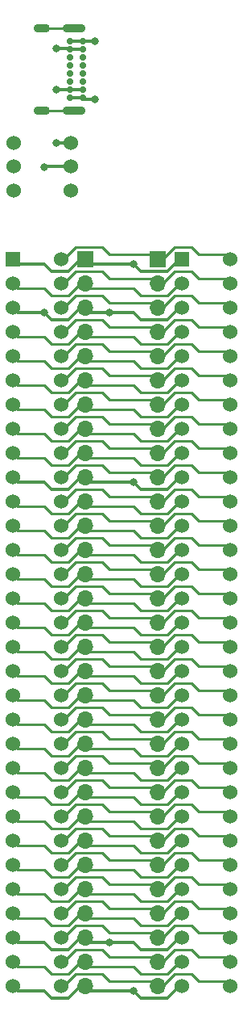
<source format=gbr>
G04 #@! TF.GenerationSoftware,KiCad,Pcbnew,(5.1.8)-1*
G04 #@! TF.CreationDate,2024-05-23T13:17:17-06:00*
G04 #@! TF.ProjectId,Breadboard Adapter,42726561-6462-46f6-9172-642041646170,rev?*
G04 #@! TF.SameCoordinates,Original*
G04 #@! TF.FileFunction,Copper,L1,Top*
G04 #@! TF.FilePolarity,Positive*
%FSLAX46Y46*%
G04 Gerber Fmt 4.6, Leading zero omitted, Abs format (unit mm)*
G04 Created by KiCad (PCBNEW (5.1.8)-1) date 2024-05-23 13:17:17*
%MOMM*%
%LPD*%
G01*
G04 APERTURE LIST*
G04 #@! TA.AperFunction,ComponentPad*
%ADD10O,1.700000X1.700000*%
G04 #@! TD*
G04 #@! TA.AperFunction,ComponentPad*
%ADD11R,1.700000X1.700000*%
G04 #@! TD*
G04 #@! TA.AperFunction,ComponentPad*
%ADD12C,1.524000*%
G04 #@! TD*
G04 #@! TA.AperFunction,ComponentPad*
%ADD13R,1.524000X1.524000*%
G04 #@! TD*
G04 #@! TA.AperFunction,ComponentPad*
%ADD14O,1.700000X0.900000*%
G04 #@! TD*
G04 #@! TA.AperFunction,ComponentPad*
%ADD15O,2.400000X0.900000*%
G04 #@! TD*
G04 #@! TA.AperFunction,ComponentPad*
%ADD16C,0.700000*%
G04 #@! TD*
G04 #@! TA.AperFunction,ViaPad*
%ADD17C,0.800000*%
G04 #@! TD*
G04 #@! TA.AperFunction,Conductor*
%ADD18C,0.330200*%
G04 #@! TD*
G04 #@! TA.AperFunction,Conductor*
%ADD19C,0.250000*%
G04 #@! TD*
G04 APERTURE END LIST*
D10*
G04 #@! TO.P,J4,31*
G04 #@! TO.N,/A0*
X106680000Y-114300000D03*
G04 #@! TO.P,J4,30*
G04 #@! TO.N,/A1*
X106680000Y-111760000D03*
G04 #@! TO.P,J4,29*
G04 #@! TO.N,/A2*
X106680000Y-109220000D03*
G04 #@! TO.P,J4,28*
G04 #@! TO.N,/A3*
X106680000Y-106680000D03*
G04 #@! TO.P,J4,27*
G04 #@! TO.N,/A4*
X106680000Y-104140000D03*
G04 #@! TO.P,J4,26*
G04 #@! TO.N,/A5*
X106680000Y-101600000D03*
G04 #@! TO.P,J4,25*
G04 #@! TO.N,/A6*
X106680000Y-99060000D03*
G04 #@! TO.P,J4,24*
G04 #@! TO.N,/A7*
X106680000Y-96520000D03*
G04 #@! TO.P,J4,23*
G04 #@! TO.N,/A8*
X106680000Y-93980000D03*
G04 #@! TO.P,J4,22*
G04 #@! TO.N,/A9*
X106680000Y-91440000D03*
G04 #@! TO.P,J4,21*
G04 #@! TO.N,/A10*
X106680000Y-88900000D03*
G04 #@! TO.P,J4,20*
G04 #@! TO.N,/A11*
X106680000Y-86360000D03*
G04 #@! TO.P,J4,19*
G04 #@! TO.N,/A12*
X106680000Y-83820000D03*
G04 #@! TO.P,J4,18*
G04 #@! TO.N,/A13*
X106680000Y-81280000D03*
G04 #@! TO.P,J4,17*
G04 #@! TO.N,/A14*
X106680000Y-78740000D03*
G04 #@! TO.P,J4,16*
G04 #@! TO.N,/A15*
X106680000Y-76200000D03*
G04 #@! TO.P,J4,15*
G04 #@! TO.N,/A16*
X106680000Y-73660000D03*
G04 #@! TO.P,J4,14*
G04 #@! TO.N,/A17*
X106680000Y-71120000D03*
G04 #@! TO.P,J4,13*
G04 #@! TO.N,/A18*
X106680000Y-68580000D03*
G04 #@! TO.P,J4,12*
G04 #@! TO.N,/A19*
X106680000Y-66040000D03*
G04 #@! TO.P,J4,11*
G04 #@! TO.N,/AEN*
X106680000Y-63500000D03*
G04 #@! TO.P,J4,10*
G04 #@! TO.N,/RDY1*
X106680000Y-60960000D03*
G04 #@! TO.P,J4,9*
G04 #@! TO.N,/D0*
X106680000Y-58420000D03*
G04 #@! TO.P,J4,8*
G04 #@! TO.N,/D1*
X106680000Y-55880000D03*
G04 #@! TO.P,J4,7*
G04 #@! TO.N,/D2*
X106680000Y-53340000D03*
G04 #@! TO.P,J4,6*
G04 #@! TO.N,/D3*
X106680000Y-50800000D03*
G04 #@! TO.P,J4,5*
G04 #@! TO.N,/D4*
X106680000Y-48260000D03*
G04 #@! TO.P,J4,4*
G04 #@! TO.N,/D5*
X106680000Y-45720000D03*
G04 #@! TO.P,J4,3*
G04 #@! TO.N,/D6*
X106680000Y-43180000D03*
G04 #@! TO.P,J4,2*
G04 #@! TO.N,/D7*
X106680000Y-40640000D03*
D11*
G04 #@! TO.P,J4,1*
G04 #@! TO.N,/CH_CK*
X106680000Y-38100000D03*
G04 #@! TD*
D10*
G04 #@! TO.P,J3,31*
G04 #@! TO.N,/GND*
X99060000Y-114300000D03*
G04 #@! TO.P,J3,30*
G04 #@! TO.N,/OSC88*
X99060000Y-111760000D03*
G04 #@! TO.P,J3,29*
G04 #@! TO.N,/5+*
X99060000Y-109220000D03*
G04 #@! TO.P,J3,28*
G04 #@! TO.N,/ALE*
X99060000Y-106680000D03*
G04 #@! TO.P,J3,27*
G04 #@! TO.N,/TC*
X99060000Y-104140000D03*
G04 #@! TO.P,J3,26*
G04 #@! TO.N,/DACK2*
X99060000Y-101600000D03*
G04 #@! TO.P,J3,25*
G04 #@! TO.N,/IRQ3*
X99060000Y-99060000D03*
G04 #@! TO.P,J3,24*
G04 #@! TO.N,/IRQ4*
X99060000Y-96520000D03*
G04 #@! TO.P,J3,23*
G04 #@! TO.N,/IRQ5*
X99060000Y-93980000D03*
G04 #@! TO.P,J3,22*
G04 #@! TO.N,/IRQ6*
X99060000Y-91440000D03*
G04 #@! TO.P,J3,21*
G04 #@! TO.N,/IRQ7*
X99060000Y-88900000D03*
G04 #@! TO.P,J3,20*
G04 #@! TO.N,/CLK88*
X99060000Y-86360000D03*
G04 #@! TO.P,J3,19*
G04 #@! TO.N,/REFRQ*
X99060000Y-83820000D03*
G04 #@! TO.P,J3,18*
G04 #@! TO.N,/DRQ1*
X99060000Y-81280000D03*
G04 #@! TO.P,J3,17*
G04 #@! TO.N,/DACK1*
X99060000Y-78740000D03*
G04 #@! TO.P,J3,16*
G04 #@! TO.N,/DRQ3*
X99060000Y-76200000D03*
G04 #@! TO.P,J3,15*
G04 #@! TO.N,/DACK3*
X99060000Y-73660000D03*
G04 #@! TO.P,J3,14*
G04 #@! TO.N,/IORD*
X99060000Y-71120000D03*
G04 #@! TO.P,J3,13*
G04 #@! TO.N,/IOWR*
X99060000Y-68580000D03*
G04 #@! TO.P,J3,12*
G04 #@! TO.N,/MRD*
X99060000Y-66040000D03*
G04 #@! TO.P,J3,11*
G04 #@! TO.N,/MWR*
X99060000Y-63500000D03*
G04 #@! TO.P,J3,10*
G04 #@! TO.N,/GND*
X99060000Y-60960000D03*
G04 #@! TO.P,J3,9*
G04 #@! TO.N,/12+*
X99060000Y-58420000D03*
G04 #@! TO.P,J3,8*
G04 #@! TO.N,/NC*
X99060000Y-55880000D03*
G04 #@! TO.P,J3,7*
G04 #@! TO.N,/12-*
X99060000Y-53340000D03*
G04 #@! TO.P,J3,6*
G04 #@! TO.N,/DRQ2*
X99060000Y-50800000D03*
G04 #@! TO.P,J3,5*
G04 #@! TO.N,/5-*
X99060000Y-48260000D03*
G04 #@! TO.P,J3,4*
G04 #@! TO.N,/IRQ2*
X99060000Y-45720000D03*
G04 #@! TO.P,J3,3*
G04 #@! TO.N,/5+*
X99060000Y-43180000D03*
G04 #@! TO.P,J3,2*
G04 #@! TO.N,/RESOUT*
X99060000Y-40640000D03*
D11*
G04 #@! TO.P,J3,1*
G04 #@! TO.N,/GND*
X99060000Y-38100000D03*
G04 #@! TD*
D12*
G04 #@! TO.P,J9,62*
G04 #@! TO.N,/A0*
X96520000Y-114300000D03*
G04 #@! TO.P,J9,61*
G04 #@! TO.N,/A1*
X96520000Y-111760000D03*
G04 #@! TO.P,J9,60*
G04 #@! TO.N,/A2*
X96520000Y-109220000D03*
G04 #@! TO.P,J9,59*
G04 #@! TO.N,/A3*
X96520000Y-106680000D03*
G04 #@! TO.P,J9,58*
G04 #@! TO.N,/A4*
X96520000Y-104140000D03*
G04 #@! TO.P,J9,57*
G04 #@! TO.N,/A5*
X96520000Y-101600000D03*
G04 #@! TO.P,J9,56*
G04 #@! TO.N,/A6*
X96520000Y-99060000D03*
G04 #@! TO.P,J9,55*
G04 #@! TO.N,/A7*
X96520000Y-96520000D03*
G04 #@! TO.P,J9,54*
G04 #@! TO.N,/A8*
X96520000Y-93980000D03*
G04 #@! TO.P,J9,53*
G04 #@! TO.N,/A9*
X96520000Y-91440000D03*
G04 #@! TO.P,J9,52*
G04 #@! TO.N,/A10*
X96520000Y-88900000D03*
G04 #@! TO.P,J9,51*
G04 #@! TO.N,/A11*
X96520000Y-86360000D03*
G04 #@! TO.P,J9,50*
G04 #@! TO.N,/A12*
X96520000Y-83820000D03*
G04 #@! TO.P,J9,49*
G04 #@! TO.N,/A13*
X96520000Y-81280000D03*
G04 #@! TO.P,J9,48*
G04 #@! TO.N,/A14*
X96520000Y-78740000D03*
G04 #@! TO.P,J9,47*
G04 #@! TO.N,/A15*
X96520000Y-76200000D03*
G04 #@! TO.P,J9,46*
G04 #@! TO.N,/A16*
X96520000Y-73660000D03*
G04 #@! TO.P,J9,45*
G04 #@! TO.N,/A17*
X96520000Y-71120000D03*
G04 #@! TO.P,J9,44*
G04 #@! TO.N,/A18*
X96520000Y-68580000D03*
G04 #@! TO.P,J9,43*
G04 #@! TO.N,/A19*
X96520000Y-66040000D03*
G04 #@! TO.P,J9,42*
G04 #@! TO.N,/AEN*
X96520000Y-63500000D03*
G04 #@! TO.P,J9,41*
G04 #@! TO.N,/RDY1*
X96520000Y-60960000D03*
G04 #@! TO.P,J9,40*
G04 #@! TO.N,/D0*
X96520000Y-58420000D03*
G04 #@! TO.P,J9,39*
G04 #@! TO.N,/D1*
X96520000Y-55880000D03*
G04 #@! TO.P,J9,38*
G04 #@! TO.N,/D2*
X96520000Y-53340000D03*
G04 #@! TO.P,J9,37*
G04 #@! TO.N,/D3*
X96520000Y-50800000D03*
G04 #@! TO.P,J9,36*
G04 #@! TO.N,/D4*
X96520000Y-48260000D03*
G04 #@! TO.P,J9,35*
G04 #@! TO.N,/D5*
X96520000Y-45720000D03*
G04 #@! TO.P,J9,34*
G04 #@! TO.N,/D6*
X96520000Y-43180000D03*
G04 #@! TO.P,J9,33*
G04 #@! TO.N,/D7*
X96520000Y-40640000D03*
G04 #@! TO.P,J9,32*
G04 #@! TO.N,/CH_CK*
X96520000Y-38100000D03*
G04 #@! TO.P,J9,31*
G04 #@! TO.N,/GND*
X91440000Y-114300000D03*
G04 #@! TO.P,J9,30*
G04 #@! TO.N,/OSC88*
X91440000Y-111760000D03*
G04 #@! TO.P,J9,29*
G04 #@! TO.N,/5+*
X91440000Y-109220000D03*
G04 #@! TO.P,J9,28*
G04 #@! TO.N,/ALE*
X91440000Y-106680000D03*
G04 #@! TO.P,J9,27*
G04 #@! TO.N,/TC*
X91440000Y-104140000D03*
G04 #@! TO.P,J9,26*
G04 #@! TO.N,/DACK2*
X91440000Y-101600000D03*
G04 #@! TO.P,J9,25*
G04 #@! TO.N,/IRQ3*
X91440000Y-99060000D03*
G04 #@! TO.P,J9,24*
G04 #@! TO.N,/IRQ4*
X91440000Y-96520000D03*
G04 #@! TO.P,J9,23*
G04 #@! TO.N,/IRQ5*
X91440000Y-93980000D03*
G04 #@! TO.P,J9,22*
G04 #@! TO.N,/IRQ6*
X91440000Y-91440000D03*
G04 #@! TO.P,J9,21*
G04 #@! TO.N,/IRQ7*
X91440000Y-88900000D03*
G04 #@! TO.P,J9,20*
G04 #@! TO.N,/CLK88*
X91440000Y-86360000D03*
G04 #@! TO.P,J9,19*
G04 #@! TO.N,/REFRQ*
X91440000Y-83820000D03*
G04 #@! TO.P,J9,18*
G04 #@! TO.N,/DRQ1*
X91440000Y-81280000D03*
G04 #@! TO.P,J9,17*
G04 #@! TO.N,/DACK1*
X91440000Y-78740000D03*
G04 #@! TO.P,J9,16*
G04 #@! TO.N,/DRQ3*
X91440000Y-76200000D03*
G04 #@! TO.P,J9,15*
G04 #@! TO.N,/DACK3*
X91440000Y-73660000D03*
G04 #@! TO.P,J9,14*
G04 #@! TO.N,/IORD*
X91440000Y-71120000D03*
G04 #@! TO.P,J9,13*
G04 #@! TO.N,/IOWR*
X91440000Y-68580000D03*
G04 #@! TO.P,J9,12*
G04 #@! TO.N,/MRD*
X91440000Y-66040000D03*
G04 #@! TO.P,J9,11*
G04 #@! TO.N,/MWR*
X91440000Y-63500000D03*
G04 #@! TO.P,J9,10*
G04 #@! TO.N,/GND*
X91440000Y-60960000D03*
G04 #@! TO.P,J9,9*
G04 #@! TO.N,/12+*
X91440000Y-58420000D03*
G04 #@! TO.P,J9,8*
G04 #@! TO.N,/NC*
X91440000Y-55880000D03*
G04 #@! TO.P,J9,7*
G04 #@! TO.N,/12-*
X91440000Y-53340000D03*
G04 #@! TO.P,J9,6*
G04 #@! TO.N,/DRQ2*
X91440000Y-50800000D03*
G04 #@! TO.P,J9,5*
G04 #@! TO.N,/5-*
X91440000Y-48260000D03*
G04 #@! TO.P,J9,4*
G04 #@! TO.N,/IRQ2*
X91440000Y-45720000D03*
G04 #@! TO.P,J9,3*
G04 #@! TO.N,/5+*
X91440000Y-43180000D03*
G04 #@! TO.P,J9,2*
G04 #@! TO.N,/RESOUT*
X91440000Y-40640000D03*
D13*
G04 #@! TO.P,J9,1*
G04 #@! TO.N,/GND*
X91440000Y-38100000D03*
G04 #@! TD*
D12*
G04 #@! TO.P,J1,62*
G04 #@! TO.N,/A0*
X114300000Y-114300000D03*
G04 #@! TO.P,J1,61*
G04 #@! TO.N,/A1*
X114300000Y-111760000D03*
G04 #@! TO.P,J1,60*
G04 #@! TO.N,/A2*
X114300000Y-109220000D03*
G04 #@! TO.P,J1,59*
G04 #@! TO.N,/A3*
X114300000Y-106680000D03*
G04 #@! TO.P,J1,58*
G04 #@! TO.N,/A4*
X114300000Y-104140000D03*
G04 #@! TO.P,J1,57*
G04 #@! TO.N,/A5*
X114300000Y-101600000D03*
G04 #@! TO.P,J1,56*
G04 #@! TO.N,/A6*
X114300000Y-99060000D03*
G04 #@! TO.P,J1,55*
G04 #@! TO.N,/A7*
X114300000Y-96520000D03*
G04 #@! TO.P,J1,54*
G04 #@! TO.N,/A8*
X114300000Y-93980000D03*
G04 #@! TO.P,J1,53*
G04 #@! TO.N,/A9*
X114300000Y-91440000D03*
G04 #@! TO.P,J1,52*
G04 #@! TO.N,/A10*
X114300000Y-88900000D03*
G04 #@! TO.P,J1,51*
G04 #@! TO.N,/A11*
X114300000Y-86360000D03*
G04 #@! TO.P,J1,50*
G04 #@! TO.N,/A12*
X114300000Y-83820000D03*
G04 #@! TO.P,J1,49*
G04 #@! TO.N,/A13*
X114300000Y-81280000D03*
G04 #@! TO.P,J1,48*
G04 #@! TO.N,/A14*
X114300000Y-78740000D03*
G04 #@! TO.P,J1,47*
G04 #@! TO.N,/A15*
X114300000Y-76200000D03*
G04 #@! TO.P,J1,46*
G04 #@! TO.N,/A16*
X114300000Y-73660000D03*
G04 #@! TO.P,J1,45*
G04 #@! TO.N,/A17*
X114300000Y-71120000D03*
G04 #@! TO.P,J1,44*
G04 #@! TO.N,/A18*
X114300000Y-68580000D03*
G04 #@! TO.P,J1,43*
G04 #@! TO.N,/A19*
X114300000Y-66040000D03*
G04 #@! TO.P,J1,42*
G04 #@! TO.N,/AEN*
X114300000Y-63500000D03*
G04 #@! TO.P,J1,41*
G04 #@! TO.N,/RDY1*
X114300000Y-60960000D03*
G04 #@! TO.P,J1,40*
G04 #@! TO.N,/D0*
X114300000Y-58420000D03*
G04 #@! TO.P,J1,39*
G04 #@! TO.N,/D1*
X114300000Y-55880000D03*
G04 #@! TO.P,J1,38*
G04 #@! TO.N,/D2*
X114300000Y-53340000D03*
G04 #@! TO.P,J1,37*
G04 #@! TO.N,/D3*
X114300000Y-50800000D03*
G04 #@! TO.P,J1,36*
G04 #@! TO.N,/D4*
X114300000Y-48260000D03*
G04 #@! TO.P,J1,35*
G04 #@! TO.N,/D5*
X114300000Y-45720000D03*
G04 #@! TO.P,J1,34*
G04 #@! TO.N,/D6*
X114300000Y-43180000D03*
G04 #@! TO.P,J1,33*
G04 #@! TO.N,/D7*
X114300000Y-40640000D03*
G04 #@! TO.P,J1,32*
G04 #@! TO.N,/CH_CK*
X114300000Y-38100000D03*
G04 #@! TO.P,J1,31*
G04 #@! TO.N,/GND*
X109220000Y-114300000D03*
G04 #@! TO.P,J1,30*
G04 #@! TO.N,/OSC88*
X109220000Y-111760000D03*
G04 #@! TO.P,J1,29*
G04 #@! TO.N,/5+*
X109220000Y-109220000D03*
G04 #@! TO.P,J1,28*
G04 #@! TO.N,/ALE*
X109220000Y-106680000D03*
G04 #@! TO.P,J1,27*
G04 #@! TO.N,/TC*
X109220000Y-104140000D03*
G04 #@! TO.P,J1,26*
G04 #@! TO.N,/DACK2*
X109220000Y-101600000D03*
G04 #@! TO.P,J1,25*
G04 #@! TO.N,/IRQ3*
X109220000Y-99060000D03*
G04 #@! TO.P,J1,24*
G04 #@! TO.N,/IRQ4*
X109220000Y-96520000D03*
G04 #@! TO.P,J1,23*
G04 #@! TO.N,/IRQ5*
X109220000Y-93980000D03*
G04 #@! TO.P,J1,22*
G04 #@! TO.N,/IRQ6*
X109220000Y-91440000D03*
G04 #@! TO.P,J1,21*
G04 #@! TO.N,/IRQ7*
X109220000Y-88900000D03*
G04 #@! TO.P,J1,20*
G04 #@! TO.N,/CLK88*
X109220000Y-86360000D03*
G04 #@! TO.P,J1,19*
G04 #@! TO.N,/REFRQ*
X109220000Y-83820000D03*
G04 #@! TO.P,J1,18*
G04 #@! TO.N,/DRQ1*
X109220000Y-81280000D03*
G04 #@! TO.P,J1,17*
G04 #@! TO.N,/DACK1*
X109220000Y-78740000D03*
G04 #@! TO.P,J1,16*
G04 #@! TO.N,/DRQ3*
X109220000Y-76200000D03*
G04 #@! TO.P,J1,15*
G04 #@! TO.N,/DACK3*
X109220000Y-73660000D03*
G04 #@! TO.P,J1,14*
G04 #@! TO.N,/IORD*
X109220000Y-71120000D03*
G04 #@! TO.P,J1,13*
G04 #@! TO.N,/IOWR*
X109220000Y-68580000D03*
G04 #@! TO.P,J1,12*
G04 #@! TO.N,/MRD*
X109220000Y-66040000D03*
G04 #@! TO.P,J1,11*
G04 #@! TO.N,/MWR*
X109220000Y-63500000D03*
G04 #@! TO.P,J1,10*
G04 #@! TO.N,/GND*
X109220000Y-60960000D03*
G04 #@! TO.P,J1,9*
G04 #@! TO.N,/12+*
X109220000Y-58420000D03*
G04 #@! TO.P,J1,8*
G04 #@! TO.N,/NC*
X109220000Y-55880000D03*
G04 #@! TO.P,J1,7*
G04 #@! TO.N,/12-*
X109220000Y-53340000D03*
G04 #@! TO.P,J1,6*
G04 #@! TO.N,/DRQ2*
X109220000Y-50800000D03*
G04 #@! TO.P,J1,5*
G04 #@! TO.N,/5-*
X109220000Y-48260000D03*
G04 #@! TO.P,J1,4*
G04 #@! TO.N,/IRQ2*
X109220000Y-45720000D03*
G04 #@! TO.P,J1,3*
G04 #@! TO.N,/5+*
X109220000Y-43180000D03*
G04 #@! TO.P,J1,2*
G04 #@! TO.N,/RESOUT*
X109220000Y-40640000D03*
D13*
G04 #@! TO.P,J1,1*
G04 #@! TO.N,/GND*
X109220000Y-38100000D03*
G04 #@! TD*
D12*
G04 #@! TO.P,SW1,6*
G04 #@! TO.N,Net-(SW1-Pad6)*
X91536000Y-30908000D03*
G04 #@! TO.P,SW1,5*
G04 #@! TO.N,Net-(SW1-Pad5)*
X91536000Y-28408000D03*
G04 #@! TO.P,SW1,4*
G04 #@! TO.N,Net-(SW1-Pad4)*
X91536000Y-25908000D03*
G04 #@! TO.P,SW1,3*
G04 #@! TO.N,/POWER_SUPPLY*
X97536000Y-25908000D03*
G04 #@! TO.P,SW1,2*
G04 #@! TO.N,/5+*
X97536000Y-28408000D03*
G04 #@! TO.P,SW1,1*
G04 #@! TO.N,Net-(SW1-Pad1)*
X97536000Y-30908000D03*
G04 #@! TD*
D14*
G04 #@! TO.P,J2,S1*
G04 #@! TO.N,Net-(J2-PadS1)*
X94446000Y-22540000D03*
X94446000Y-13890000D03*
D15*
X97826000Y-22540000D03*
X97826000Y-13890000D03*
D16*
G04 #@! TO.P,J2,B6*
G04 #@! TO.N,Net-(J2-PadB6)*
X97456000Y-18640000D03*
G04 #@! TO.P,J2,B1*
G04 #@! TO.N,/GND*
X97456000Y-21190000D03*
G04 #@! TO.P,J2,B4*
G04 #@! TO.N,/POWER_SUPPLY*
X97456000Y-20340000D03*
G04 #@! TO.P,J2,B5*
G04 #@! TO.N,Net-(J2-PadB5)*
X97456000Y-19490000D03*
G04 #@! TO.P,J2,B12*
G04 #@! TO.N,/GND*
X97456000Y-15240000D03*
G04 #@! TO.P,J2,B8*
G04 #@! TO.N,Net-(J2-PadB8)*
X97456000Y-16940000D03*
G04 #@! TO.P,J2,B7*
G04 #@! TO.N,Net-(J2-PadB7)*
X97456000Y-17790000D03*
G04 #@! TO.P,J2,B9*
G04 #@! TO.N,/POWER_SUPPLY*
X97456000Y-16090000D03*
G04 #@! TO.P,J2,A12*
G04 #@! TO.N,/GND*
X98806000Y-21190000D03*
G04 #@! TO.P,J2,A9*
G04 #@! TO.N,/POWER_SUPPLY*
X98806000Y-20340000D03*
G04 #@! TO.P,J2,A8*
G04 #@! TO.N,Net-(J2-PadA8)*
X98806000Y-19490000D03*
G04 #@! TO.P,J2,A7*
G04 #@! TO.N,Net-(J2-PadA7)*
X98806000Y-18640000D03*
G04 #@! TO.P,J2,A6*
G04 #@! TO.N,Net-(J2-PadA6)*
X98806000Y-17790000D03*
G04 #@! TO.P,J2,A5*
G04 #@! TO.N,Net-(J2-PadA5)*
X98806000Y-16940000D03*
G04 #@! TO.P,J2,A4*
G04 #@! TO.N,/POWER_SUPPLY*
X98806000Y-16090000D03*
G04 #@! TO.P,J2,A1*
G04 #@! TO.N,/GND*
X98806000Y-15240000D03*
G04 #@! TD*
D17*
G04 #@! TO.N,/GND*
X100076000Y-15240000D03*
X100076000Y-21336000D03*
X104140000Y-38608000D03*
X104140000Y-114808000D03*
X104140000Y-61468000D03*
G04 #@! TO.N,/POWER_SUPPLY*
X96012000Y-20320000D03*
X96012000Y-16002000D03*
X96012000Y-25908000D03*
G04 #@! TO.N,/5+*
X101600000Y-43688000D03*
X101600000Y-109728000D03*
X94742000Y-43688000D03*
X94742000Y-28448000D03*
G04 #@! TD*
D18*
G04 #@! TO.N,/GND*
X100076000Y-15240000D02*
X98806000Y-15240000D01*
X98806000Y-15240000D02*
X97456000Y-15240000D01*
X98952000Y-21336000D02*
X98806000Y-21190000D01*
X100076000Y-21336000D02*
X98952000Y-21336000D01*
X98806000Y-21190000D02*
X97456000Y-21190000D01*
X97456000Y-21190000D02*
X97428000Y-21190000D01*
X108966000Y-38100000D02*
X109220000Y-38100000D01*
X107696000Y-39370000D02*
X108966000Y-38100000D01*
X104902000Y-39370000D02*
X107696000Y-39370000D01*
X104140000Y-38608000D02*
X104140000Y-38608000D01*
X99568000Y-38608000D02*
X104140000Y-38608000D01*
X99060000Y-38100000D02*
X99568000Y-38608000D01*
X98552000Y-38100000D02*
X99060000Y-38100000D01*
X97282000Y-39370000D02*
X98552000Y-38100000D01*
X94742000Y-38608000D02*
X95504000Y-39370000D01*
X91948000Y-38608000D02*
X94742000Y-38608000D01*
X95504000Y-39370000D02*
X97282000Y-39370000D01*
X91440000Y-38100000D02*
X91948000Y-38608000D01*
X91440000Y-60960000D02*
X91948000Y-61468000D01*
X94742000Y-61468000D02*
X95504000Y-62230000D01*
X104140000Y-61468000D02*
X104902000Y-62230000D01*
X95504000Y-62230000D02*
X97282000Y-62230000D01*
X104902000Y-62230000D02*
X107696000Y-62230000D01*
X99060000Y-60960000D02*
X99568000Y-61468000D01*
X108966000Y-60960000D02*
X109220000Y-60960000D01*
X97282000Y-62230000D02*
X98552000Y-60960000D01*
X98552000Y-60960000D02*
X99060000Y-60960000D01*
X91948000Y-61468000D02*
X94742000Y-61468000D01*
X107696000Y-62230000D02*
X108966000Y-60960000D01*
X99568000Y-61468000D02*
X104140000Y-61468000D01*
X99568000Y-114808000D02*
X104140000Y-114808000D01*
X108966000Y-114300000D02*
X109220000Y-114300000D01*
X104902000Y-115570000D02*
X107696000Y-115570000D01*
X99060000Y-114300000D02*
X99568000Y-114808000D01*
X107696000Y-115570000D02*
X108966000Y-114300000D01*
X104140000Y-114808000D02*
X104902000Y-115570000D01*
X95504000Y-115570000D02*
X97282000Y-115570000D01*
X98552000Y-114300000D02*
X99060000Y-114300000D01*
X97282000Y-115570000D02*
X98552000Y-114300000D01*
X94742000Y-114808000D02*
X95504000Y-115570000D01*
X91440000Y-114300000D02*
X91948000Y-114808000D01*
X91948000Y-114808000D02*
X94742000Y-114808000D01*
X104140000Y-38608000D02*
X104902000Y-39370000D01*
D19*
G04 #@! TO.N,Net-(J2-PadS1)*
X97826000Y-22540000D02*
X94446000Y-22540000D01*
X94446000Y-13890000D02*
X97826000Y-13890000D01*
D18*
G04 #@! TO.N,/POWER_SUPPLY*
X97456000Y-20340000D02*
X98806000Y-20340000D01*
X97456000Y-16090000D02*
X98806000Y-16090000D01*
X97456000Y-20340000D02*
X96032000Y-20340000D01*
X97368000Y-16002000D02*
X96012000Y-16002000D01*
X97456000Y-16090000D02*
X97368000Y-16002000D01*
X96012000Y-25908000D02*
X97456000Y-25908000D01*
D19*
G04 #@! TO.N,/A0*
X110998000Y-113792000D02*
X110236000Y-113030000D01*
X96774000Y-114300000D02*
X96520000Y-114300000D01*
X98044000Y-113030000D02*
X96774000Y-114300000D01*
X100838000Y-113030000D02*
X98044000Y-113030000D01*
X101600000Y-113792000D02*
X100838000Y-113030000D01*
X113792000Y-113792000D02*
X110998000Y-113792000D01*
X108458000Y-113030000D02*
X107188000Y-114300000D01*
X114300000Y-114300000D02*
X113792000Y-113792000D01*
X106172000Y-113792000D02*
X101600000Y-113792000D01*
X107188000Y-114300000D02*
X106680000Y-114300000D01*
X106680000Y-114300000D02*
X106172000Y-113792000D01*
X110236000Y-113030000D02*
X108458000Y-113030000D01*
G04 #@! TO.N,/A1*
X110998000Y-111252000D02*
X110236000Y-110490000D01*
X96774000Y-111760000D02*
X96520000Y-111760000D01*
X106680000Y-111760000D02*
X106172000Y-111252000D01*
X113792000Y-111252000D02*
X110998000Y-111252000D01*
X98044000Y-110490000D02*
X96774000Y-111760000D01*
X100838000Y-110490000D02*
X98044000Y-110490000D01*
X107188000Y-111760000D02*
X106680000Y-111760000D01*
X106172000Y-111252000D02*
X101600000Y-111252000D01*
X101600000Y-111252000D02*
X100838000Y-110490000D01*
X110236000Y-110490000D02*
X108458000Y-110490000D01*
X114300000Y-111760000D02*
X113792000Y-111252000D01*
X108458000Y-110490000D02*
X107188000Y-111760000D01*
G04 #@! TO.N,/A2*
X110236000Y-107950000D02*
X108458000Y-107950000D01*
X110998000Y-108712000D02*
X110236000Y-107950000D01*
X106680000Y-109220000D02*
X106172000Y-108712000D01*
X113792000Y-108712000D02*
X110998000Y-108712000D01*
X107188000Y-109220000D02*
X106680000Y-109220000D01*
X96774000Y-109220000D02*
X96520000Y-109220000D01*
X114300000Y-109220000D02*
X113792000Y-108712000D01*
X100838000Y-107950000D02*
X98044000Y-107950000D01*
X108458000Y-107950000D02*
X107188000Y-109220000D01*
X98044000Y-107950000D02*
X96774000Y-109220000D01*
X101600000Y-108712000D02*
X100838000Y-107950000D01*
X106172000Y-108712000D02*
X101600000Y-108712000D01*
G04 #@! TO.N,/A3*
X98044000Y-105410000D02*
X96774000Y-106680000D01*
X106680000Y-106680000D02*
X106172000Y-106172000D01*
X100838000Y-105410000D02*
X98044000Y-105410000D01*
X110998000Y-106172000D02*
X110236000Y-105410000D01*
X96774000Y-106680000D02*
X96520000Y-106680000D01*
X113792000Y-106172000D02*
X110998000Y-106172000D01*
X108458000Y-105410000D02*
X107188000Y-106680000D01*
X106172000Y-106172000D02*
X101600000Y-106172000D01*
X101600000Y-106172000D02*
X100838000Y-105410000D01*
X110236000Y-105410000D02*
X108458000Y-105410000D01*
X114300000Y-106680000D02*
X113792000Y-106172000D01*
X107188000Y-106680000D02*
X106680000Y-106680000D01*
G04 #@! TO.N,/A4*
X106680000Y-104140000D02*
X106172000Y-103632000D01*
X113792000Y-103632000D02*
X110998000Y-103632000D01*
X110998000Y-103632000D02*
X110236000Y-102870000D01*
X98044000Y-102870000D02*
X96774000Y-104140000D01*
X101600000Y-103632000D02*
X100838000Y-102870000D01*
X107188000Y-104140000D02*
X106680000Y-104140000D01*
X106172000Y-103632000D02*
X101600000Y-103632000D01*
X96774000Y-104140000D02*
X96520000Y-104140000D01*
X114300000Y-104140000D02*
X113792000Y-103632000D01*
X100838000Y-102870000D02*
X98044000Y-102870000D01*
X108458000Y-102870000D02*
X107188000Y-104140000D01*
X110236000Y-102870000D02*
X108458000Y-102870000D01*
G04 #@! TO.N,/A5*
X107188000Y-101600000D02*
X106680000Y-101600000D01*
X114300000Y-101600000D02*
X113792000Y-101092000D01*
X110236000Y-100330000D02*
X108458000Y-100330000D01*
X98044000Y-100330000D02*
X96774000Y-101600000D01*
X106680000Y-101600000D02*
X106172000Y-101092000D01*
X113792000Y-101092000D02*
X110998000Y-101092000D01*
X110998000Y-101092000D02*
X110236000Y-100330000D01*
X108458000Y-100330000D02*
X107188000Y-101600000D01*
X96774000Y-101600000D02*
X96520000Y-101600000D01*
X106172000Y-101092000D02*
X101600000Y-101092000D01*
X100838000Y-100330000D02*
X98044000Y-100330000D01*
X101600000Y-101092000D02*
X100838000Y-100330000D01*
G04 #@! TO.N,/A6*
X114300000Y-99060000D02*
X113792000Y-98552000D01*
X100838000Y-97790000D02*
X98044000Y-97790000D01*
X108458000Y-97790000D02*
X107188000Y-99060000D01*
X106172000Y-98552000D02*
X101600000Y-98552000D01*
X96774000Y-99060000D02*
X96520000Y-99060000D01*
X110236000Y-97790000D02*
X108458000Y-97790000D01*
X106680000Y-99060000D02*
X106172000Y-98552000D01*
X113792000Y-98552000D02*
X110998000Y-98552000D01*
X107188000Y-99060000D02*
X106680000Y-99060000D01*
X110998000Y-98552000D02*
X110236000Y-97790000D01*
X98044000Y-97790000D02*
X96774000Y-99060000D01*
X101600000Y-98552000D02*
X100838000Y-97790000D01*
G04 #@! TO.N,/A7*
X96774000Y-96520000D02*
X96520000Y-96520000D01*
X106172000Y-96012000D02*
X101600000Y-96012000D01*
X100838000Y-95250000D02*
X98044000Y-95250000D01*
X101600000Y-96012000D02*
X100838000Y-95250000D01*
X98044000Y-95250000D02*
X96774000Y-96520000D01*
X106680000Y-96520000D02*
X106172000Y-96012000D01*
X114300000Y-96520000D02*
X113792000Y-96012000D01*
X110236000Y-95250000D02*
X108458000Y-95250000D01*
X107188000Y-96520000D02*
X106680000Y-96520000D01*
X113792000Y-96012000D02*
X110998000Y-96012000D01*
X110998000Y-96012000D02*
X110236000Y-95250000D01*
X108458000Y-95250000D02*
X107188000Y-96520000D01*
G04 #@! TO.N,/A8*
X98044000Y-92710000D02*
X96774000Y-93980000D01*
X110998000Y-93472000D02*
X110236000Y-92710000D01*
X101600000Y-93472000D02*
X100838000Y-92710000D01*
X110236000Y-92710000D02*
X108458000Y-92710000D01*
X106680000Y-93980000D02*
X106172000Y-93472000D01*
X96774000Y-93980000D02*
X96520000Y-93980000D01*
X108458000Y-92710000D02*
X107188000Y-93980000D01*
X100838000Y-92710000D02*
X98044000Y-92710000D01*
X106172000Y-93472000D02*
X101600000Y-93472000D01*
X114300000Y-93980000D02*
X113792000Y-93472000D01*
X113792000Y-93472000D02*
X110998000Y-93472000D01*
X107188000Y-93980000D02*
X106680000Y-93980000D01*
G04 #@! TO.N,/A9*
X110236000Y-90170000D02*
X108458000Y-90170000D01*
X113792000Y-90932000D02*
X110998000Y-90932000D01*
X110998000Y-90932000D02*
X110236000Y-90170000D01*
X108458000Y-90170000D02*
X107188000Y-91440000D01*
X107188000Y-91440000D02*
X106680000Y-91440000D01*
X114300000Y-91440000D02*
X113792000Y-90932000D01*
X101600000Y-90932000D02*
X100838000Y-90170000D01*
X106680000Y-91440000D02*
X106172000Y-90932000D01*
X98044000Y-90170000D02*
X96774000Y-91440000D01*
X106172000Y-90932000D02*
X101600000Y-90932000D01*
X100838000Y-90170000D02*
X98044000Y-90170000D01*
X96774000Y-91440000D02*
X96520000Y-91440000D01*
G04 #@! TO.N,/A10*
X100838000Y-87630000D02*
X98044000Y-87630000D01*
X114300000Y-88900000D02*
X113792000Y-88392000D01*
X108458000Y-87630000D02*
X107188000Y-88900000D01*
X106172000Y-88392000D02*
X101600000Y-88392000D01*
X106680000Y-88900000D02*
X106172000Y-88392000D01*
X113792000Y-88392000D02*
X110998000Y-88392000D01*
X96774000Y-88900000D02*
X96520000Y-88900000D01*
X107188000Y-88900000D02*
X106680000Y-88900000D01*
X110236000Y-87630000D02*
X108458000Y-87630000D01*
X110998000Y-88392000D02*
X110236000Y-87630000D01*
X98044000Y-87630000D02*
X96774000Y-88900000D01*
X101600000Y-88392000D02*
X100838000Y-87630000D01*
G04 #@! TO.N,/A11*
X106172000Y-85852000D02*
X101600000Y-85852000D01*
X101600000Y-85852000D02*
X100838000Y-85090000D01*
X100838000Y-85090000D02*
X98044000Y-85090000D01*
X98044000Y-85090000D02*
X96774000Y-86360000D01*
X96774000Y-86360000D02*
X96520000Y-86360000D01*
X106680000Y-86360000D02*
X106172000Y-85852000D01*
X107188000Y-86360000D02*
X106680000Y-86360000D01*
X114300000Y-86360000D02*
X113792000Y-85852000D01*
X110236000Y-85090000D02*
X108458000Y-85090000D01*
X108458000Y-85090000D02*
X107188000Y-86360000D01*
X113792000Y-85852000D02*
X110998000Y-85852000D01*
X110998000Y-85852000D02*
X110236000Y-85090000D01*
G04 #@! TO.N,/A12*
X98044000Y-82550000D02*
X96774000Y-83820000D01*
X101600000Y-83312000D02*
X100838000Y-82550000D01*
X110998000Y-83312000D02*
X110236000Y-82550000D01*
X107188000Y-83820000D02*
X106680000Y-83820000D01*
X106680000Y-83820000D02*
X106172000Y-83312000D01*
X96774000Y-83820000D02*
X96520000Y-83820000D01*
X106172000Y-83312000D02*
X101600000Y-83312000D01*
X113792000Y-83312000D02*
X110998000Y-83312000D01*
X110236000Y-82550000D02*
X108458000Y-82550000D01*
X100838000Y-82550000D02*
X98044000Y-82550000D01*
X114300000Y-83820000D02*
X113792000Y-83312000D01*
X108458000Y-82550000D02*
X107188000Y-83820000D01*
G04 #@! TO.N,/A13*
X113792000Y-80772000D02*
X110998000Y-80772000D01*
X106680000Y-81280000D02*
X106172000Y-80772000D01*
X108458000Y-80010000D02*
X107188000Y-81280000D01*
X106172000Y-80772000D02*
X101600000Y-80772000D01*
X110236000Y-80010000D02*
X108458000Y-80010000D01*
X101600000Y-80772000D02*
X100838000Y-80010000D01*
X98044000Y-80010000D02*
X96774000Y-81280000D01*
X100838000Y-80010000D02*
X98044000Y-80010000D01*
X96774000Y-81280000D02*
X96520000Y-81280000D01*
X114300000Y-81280000D02*
X113792000Y-80772000D01*
X110998000Y-80772000D02*
X110236000Y-80010000D01*
X107188000Y-81280000D02*
X106680000Y-81280000D01*
G04 #@! TO.N,/A14*
X98044000Y-77470000D02*
X96774000Y-78740000D01*
X106680000Y-78740000D02*
X106172000Y-78232000D01*
X110998000Y-78232000D02*
X110236000Y-77470000D01*
X101600000Y-78232000D02*
X100838000Y-77470000D01*
X96774000Y-78740000D02*
X96520000Y-78740000D01*
X100838000Y-77470000D02*
X98044000Y-77470000D01*
X110236000Y-77470000D02*
X108458000Y-77470000D01*
X114300000Y-78740000D02*
X113792000Y-78232000D01*
X107188000Y-78740000D02*
X106680000Y-78740000D01*
X106172000Y-78232000D02*
X101600000Y-78232000D01*
X108458000Y-77470000D02*
X107188000Y-78740000D01*
X113792000Y-78232000D02*
X110998000Y-78232000D01*
G04 #@! TO.N,/A15*
X106680000Y-76200000D02*
X106172000Y-75692000D01*
X110236000Y-74930000D02*
X108458000Y-74930000D01*
X108458000Y-74930000D02*
X107188000Y-76200000D01*
X106172000Y-75692000D02*
X101600000Y-75692000D01*
X113792000Y-75692000D02*
X110998000Y-75692000D01*
X110998000Y-75692000D02*
X110236000Y-74930000D01*
X107188000Y-76200000D02*
X106680000Y-76200000D01*
X96774000Y-76200000D02*
X96520000Y-76200000D01*
X101600000Y-75692000D02*
X100838000Y-74930000D01*
X114300000Y-76200000D02*
X113792000Y-75692000D01*
X98044000Y-74930000D02*
X96774000Y-76200000D01*
X100838000Y-74930000D02*
X98044000Y-74930000D01*
G04 #@! TO.N,/A16*
X100838000Y-72390000D02*
X98044000Y-72390000D01*
X106680000Y-73660000D02*
X106172000Y-73152000D01*
X96774000Y-73660000D02*
X96520000Y-73660000D01*
X98044000Y-72390000D02*
X96774000Y-73660000D01*
X101600000Y-73152000D02*
X100838000Y-72390000D01*
X110236000Y-72390000D02*
X108458000Y-72390000D01*
X110998000Y-73152000D02*
X110236000Y-72390000D01*
X114300000Y-73660000D02*
X113792000Y-73152000D01*
X108458000Y-72390000D02*
X107188000Y-73660000D01*
X113792000Y-73152000D02*
X110998000Y-73152000D01*
X107188000Y-73660000D02*
X106680000Y-73660000D01*
X106172000Y-73152000D02*
X101600000Y-73152000D01*
G04 #@! TO.N,/A17*
X106172000Y-70612000D02*
X101600000Y-70612000D01*
X113792000Y-70612000D02*
X110998000Y-70612000D01*
X101600000Y-70612000D02*
X100838000Y-69850000D01*
X96774000Y-71120000D02*
X96520000Y-71120000D01*
X110998000Y-70612000D02*
X110236000Y-69850000D01*
X98044000Y-69850000D02*
X96774000Y-71120000D01*
X107188000Y-71120000D02*
X106680000Y-71120000D01*
X114300000Y-71120000D02*
X113792000Y-70612000D01*
X100838000Y-69850000D02*
X98044000Y-69850000D01*
X106680000Y-71120000D02*
X106172000Y-70612000D01*
X110236000Y-69850000D02*
X108458000Y-69850000D01*
X108458000Y-69850000D02*
X107188000Y-71120000D01*
G04 #@! TO.N,/A18*
X106680000Y-68580000D02*
X106172000Y-68072000D01*
X96774000Y-68580000D02*
X96520000Y-68580000D01*
X98044000Y-67310000D02*
X96774000Y-68580000D01*
X110998000Y-68072000D02*
X110236000Y-67310000D01*
X101600000Y-68072000D02*
X100838000Y-67310000D01*
X110236000Y-67310000D02*
X108458000Y-67310000D01*
X113792000Y-68072000D02*
X110998000Y-68072000D01*
X114300000Y-68580000D02*
X113792000Y-68072000D01*
X106172000Y-68072000D02*
X101600000Y-68072000D01*
X108458000Y-67310000D02*
X107188000Y-68580000D01*
X107188000Y-68580000D02*
X106680000Y-68580000D01*
X100838000Y-67310000D02*
X98044000Y-67310000D01*
G04 #@! TO.N,/A19*
X107188000Y-66040000D02*
X106680000Y-66040000D01*
X110236000Y-64770000D02*
X108458000Y-64770000D01*
X114300000Y-66040000D02*
X113792000Y-65532000D01*
X106680000Y-66040000D02*
X106172000Y-65532000D01*
X108458000Y-64770000D02*
X107188000Y-66040000D01*
X100838000Y-64770000D02*
X98044000Y-64770000D01*
X98044000Y-64770000D02*
X96774000Y-66040000D01*
X101600000Y-65532000D02*
X100838000Y-64770000D01*
X106172000Y-65532000D02*
X101600000Y-65532000D01*
X113792000Y-65532000D02*
X110998000Y-65532000D01*
X96774000Y-66040000D02*
X96520000Y-66040000D01*
X110998000Y-65532000D02*
X110236000Y-64770000D01*
G04 #@! TO.N,/AEN*
X96774000Y-63500000D02*
X96520000Y-63500000D01*
X98044000Y-62230000D02*
X96774000Y-63500000D01*
X106680000Y-63500000D02*
X106172000Y-62992000D01*
X110998000Y-62992000D02*
X110236000Y-62230000D01*
X100838000Y-62230000D02*
X98044000Y-62230000D01*
X114300000Y-63500000D02*
X113792000Y-62992000D01*
X107188000Y-63500000D02*
X106680000Y-63500000D01*
X113792000Y-62992000D02*
X110998000Y-62992000D01*
X106172000Y-62992000D02*
X101600000Y-62992000D01*
X108458000Y-62230000D02*
X107188000Y-63500000D01*
X110236000Y-62230000D02*
X108458000Y-62230000D01*
X101600000Y-62992000D02*
X100838000Y-62230000D01*
G04 #@! TO.N,/RDY1*
X107188000Y-60960000D02*
X106680000Y-60960000D01*
X110236000Y-59690000D02*
X108458000Y-59690000D01*
X106680000Y-60960000D02*
X106172000Y-60452000D01*
X108458000Y-59690000D02*
X107188000Y-60960000D01*
X100838000Y-59690000D02*
X98044000Y-59690000D01*
X114300000Y-60960000D02*
X113792000Y-60452000D01*
X98044000Y-59690000D02*
X96774000Y-60960000D01*
X101600000Y-60452000D02*
X100838000Y-59690000D01*
X106172000Y-60452000D02*
X101600000Y-60452000D01*
X110998000Y-60452000D02*
X110236000Y-59690000D01*
X96774000Y-60960000D02*
X96520000Y-60960000D01*
X113792000Y-60452000D02*
X110998000Y-60452000D01*
G04 #@! TO.N,/D0*
X110998000Y-57912000D02*
X110236000Y-57150000D01*
X98044000Y-57150000D02*
X96774000Y-58420000D01*
X100838000Y-57150000D02*
X98044000Y-57150000D01*
X96774000Y-58420000D02*
X96520000Y-58420000D01*
X106680000Y-58420000D02*
X106172000Y-57912000D01*
X114300000Y-58420000D02*
X113792000Y-57912000D01*
X107188000Y-58420000D02*
X106680000Y-58420000D01*
X113792000Y-57912000D02*
X110998000Y-57912000D01*
X108458000Y-57150000D02*
X107188000Y-58420000D01*
X106172000Y-57912000D02*
X101600000Y-57912000D01*
X101600000Y-57912000D02*
X100838000Y-57150000D01*
X110236000Y-57150000D02*
X108458000Y-57150000D01*
G04 #@! TO.N,/D1*
X107188000Y-55880000D02*
X106680000Y-55880000D01*
X110236000Y-54610000D02*
X108458000Y-54610000D01*
X108458000Y-54610000D02*
X107188000Y-55880000D01*
X100838000Y-54610000D02*
X98044000Y-54610000D01*
X101600000Y-55372000D02*
X100838000Y-54610000D01*
X106680000Y-55880000D02*
X106172000Y-55372000D01*
X114300000Y-55880000D02*
X113792000Y-55372000D01*
X98044000Y-54610000D02*
X96774000Y-55880000D01*
X96774000Y-55880000D02*
X96520000Y-55880000D01*
X110998000Y-55372000D02*
X110236000Y-54610000D01*
X113792000Y-55372000D02*
X110998000Y-55372000D01*
X106172000Y-55372000D02*
X101600000Y-55372000D01*
G04 #@! TO.N,/D2*
X98044000Y-52070000D02*
X96774000Y-53340000D01*
X100838000Y-52070000D02*
X98044000Y-52070000D01*
X106680000Y-53340000D02*
X106172000Y-52832000D01*
X96774000Y-53340000D02*
X96520000Y-53340000D01*
X110998000Y-52832000D02*
X110236000Y-52070000D01*
X108458000Y-52070000D02*
X107188000Y-53340000D01*
X107188000Y-53340000D02*
X106680000Y-53340000D01*
X106172000Y-52832000D02*
X101600000Y-52832000D01*
X113792000Y-52832000D02*
X110998000Y-52832000D01*
X110236000Y-52070000D02*
X108458000Y-52070000D01*
X101600000Y-52832000D02*
X100838000Y-52070000D01*
X114300000Y-53340000D02*
X113792000Y-52832000D01*
G04 #@! TO.N,/D3*
X106680000Y-50800000D02*
X106172000Y-50292000D01*
X110998000Y-50292000D02*
X110236000Y-49530000D01*
X114300000Y-50800000D02*
X113792000Y-50292000D01*
X108458000Y-49530000D02*
X107188000Y-50800000D01*
X101600000Y-50292000D02*
X100838000Y-49530000D01*
X96774000Y-50800000D02*
X96520000Y-50800000D01*
X100838000Y-49530000D02*
X98044000Y-49530000D01*
X98044000Y-49530000D02*
X96774000Y-50800000D01*
X106172000Y-50292000D02*
X101600000Y-50292000D01*
X113792000Y-50292000D02*
X110998000Y-50292000D01*
X107188000Y-50800000D02*
X106680000Y-50800000D01*
X110236000Y-49530000D02*
X108458000Y-49530000D01*
G04 #@! TO.N,/D4*
X110236000Y-46990000D02*
X108458000Y-46990000D01*
X98044000Y-46990000D02*
X96774000Y-48260000D01*
X100838000Y-46990000D02*
X98044000Y-46990000D01*
X96774000Y-48260000D02*
X96520000Y-48260000D01*
X101600000Y-47752000D02*
X100838000Y-46990000D01*
X106680000Y-48260000D02*
X106172000Y-47752000D01*
X114300000Y-48260000D02*
X113792000Y-47752000D01*
X106172000Y-47752000D02*
X101600000Y-47752000D01*
X113792000Y-47752000D02*
X110998000Y-47752000D01*
X110998000Y-47752000D02*
X110236000Y-46990000D01*
X107188000Y-48260000D02*
X106680000Y-48260000D01*
X108458000Y-46990000D02*
X107188000Y-48260000D01*
G04 #@! TO.N,/D5*
X98044000Y-44450000D02*
X96774000Y-45720000D01*
X110998000Y-45212000D02*
X110236000Y-44450000D01*
X107188000Y-45720000D02*
X106680000Y-45720000D01*
X96774000Y-45720000D02*
X96520000Y-45720000D01*
X113792000Y-45212000D02*
X110998000Y-45212000D01*
X101600000Y-45212000D02*
X100838000Y-44450000D01*
X106680000Y-45720000D02*
X106172000Y-45212000D01*
X106172000Y-45212000D02*
X101600000Y-45212000D01*
X100838000Y-44450000D02*
X98044000Y-44450000D01*
X114300000Y-45720000D02*
X113792000Y-45212000D01*
X110236000Y-44450000D02*
X108458000Y-44450000D01*
X108458000Y-44450000D02*
X107188000Y-45720000D01*
G04 #@! TO.N,/D6*
X100838000Y-41910000D02*
X98044000Y-41910000D01*
X106172000Y-42672000D02*
X101600000Y-42672000D01*
X114300000Y-43180000D02*
X113792000Y-42672000D01*
X110236000Y-41910000D02*
X108458000Y-41910000D01*
X108458000Y-41910000D02*
X107188000Y-43180000D01*
X98044000Y-41910000D02*
X96774000Y-43180000D01*
X113792000Y-42672000D02*
X110998000Y-42672000D01*
X96774000Y-43180000D02*
X96520000Y-43180000D01*
X101600000Y-42672000D02*
X100838000Y-41910000D01*
X106680000Y-43180000D02*
X106172000Y-42672000D01*
X110998000Y-42672000D02*
X110236000Y-41910000D01*
X107188000Y-43180000D02*
X106680000Y-43180000D01*
G04 #@! TO.N,/D7*
X100838000Y-39370000D02*
X98044000Y-39370000D01*
X106172000Y-40132000D02*
X101600000Y-40132000D01*
X114300000Y-40640000D02*
X113792000Y-40132000D01*
X110236000Y-39370000D02*
X108458000Y-39370000D01*
X108458000Y-39370000D02*
X107188000Y-40640000D01*
X98044000Y-39370000D02*
X96774000Y-40640000D01*
X113792000Y-40132000D02*
X110998000Y-40132000D01*
X96774000Y-40640000D02*
X96520000Y-40640000D01*
X101600000Y-40132000D02*
X100838000Y-39370000D01*
X106680000Y-40640000D02*
X106172000Y-40132000D01*
X110998000Y-40132000D02*
X110236000Y-39370000D01*
X107188000Y-40640000D02*
X106680000Y-40640000D01*
G04 #@! TO.N,/CH_CK*
X100838000Y-36830000D02*
X98044000Y-36830000D01*
X96774000Y-38100000D02*
X96520000Y-38100000D01*
X98044000Y-36830000D02*
X96774000Y-38100000D01*
X101600000Y-37592000D02*
X100838000Y-36830000D01*
X106680000Y-38100000D02*
X106172000Y-37592000D01*
X106172000Y-37592000D02*
X101600000Y-37592000D01*
X108458000Y-36830000D02*
X107188000Y-38100000D01*
X110236000Y-36830000D02*
X108458000Y-36830000D01*
X114300000Y-38100000D02*
X113792000Y-37592000D01*
X113792000Y-37592000D02*
X110998000Y-37592000D01*
X110998000Y-37592000D02*
X110236000Y-36830000D01*
X107188000Y-38100000D02*
X106680000Y-38100000D01*
G04 #@! TO.N,/OSC88*
X107696000Y-113030000D02*
X108966000Y-111760000D01*
X104902000Y-113030000D02*
X107696000Y-113030000D01*
X91948000Y-112268000D02*
X94742000Y-112268000D01*
X99568000Y-112268000D02*
X104140000Y-112268000D01*
X104140000Y-112268000D02*
X104902000Y-113030000D01*
X98552000Y-111760000D02*
X99060000Y-111760000D01*
X95504000Y-113030000D02*
X97282000Y-113030000D01*
X108966000Y-111760000D02*
X109220000Y-111760000D01*
X91440000Y-111760000D02*
X91948000Y-112268000D01*
X99060000Y-111760000D02*
X99568000Y-112268000D01*
X94742000Y-112268000D02*
X95504000Y-113030000D01*
X97282000Y-113030000D02*
X98552000Y-111760000D01*
D18*
G04 #@! TO.N,/5+*
X104902000Y-44450000D02*
X107696000Y-44450000D01*
X108966000Y-43180000D02*
X109220000Y-43180000D01*
X107696000Y-44450000D02*
X108966000Y-43180000D01*
X104140000Y-43688000D02*
X104902000Y-44450000D01*
X99060000Y-43180000D02*
X99568000Y-43688000D01*
X99568000Y-43688000D02*
X101600000Y-43688000D01*
X97282000Y-44450000D02*
X98552000Y-43180000D01*
X95504000Y-44450000D02*
X97282000Y-44450000D01*
X91440000Y-43180000D02*
X91948000Y-43688000D01*
X91948000Y-43688000D02*
X94742000Y-43688000D01*
X94742000Y-43688000D02*
X95504000Y-44450000D01*
X98552000Y-43180000D02*
X99060000Y-43180000D01*
X97282000Y-110490000D02*
X98552000Y-109220000D01*
X94742000Y-109728000D02*
X95504000Y-110490000D01*
X91948000Y-109728000D02*
X94742000Y-109728000D01*
X91440000Y-109220000D02*
X91948000Y-109728000D01*
X108966000Y-109220000D02*
X109220000Y-109220000D01*
X95504000Y-110490000D02*
X97282000Y-110490000D01*
X104140000Y-109728000D02*
X104902000Y-110490000D01*
X99060000Y-109220000D02*
X99568000Y-109728000D01*
X104902000Y-110490000D02*
X107696000Y-110490000D01*
X107696000Y-110490000D02*
X108966000Y-109220000D01*
X98552000Y-109220000D02*
X99060000Y-109220000D01*
X99568000Y-109728000D02*
X104140000Y-109728000D01*
X101600000Y-43688000D02*
X104140000Y-43688000D01*
X97536000Y-28408000D02*
X94782000Y-28408000D01*
X94782000Y-28408000D02*
X94742000Y-28448000D01*
D19*
G04 #@! TO.N,/ALE*
X104140000Y-107188000D02*
X104902000Y-107950000D01*
X107696000Y-107950000D02*
X108966000Y-106680000D01*
X104902000Y-107950000D02*
X107696000Y-107950000D01*
X91948000Y-107188000D02*
X94742000Y-107188000D01*
X99568000Y-107188000D02*
X104140000Y-107188000D01*
X91440000Y-106680000D02*
X91948000Y-107188000D01*
X97282000Y-107950000D02*
X98552000Y-106680000D01*
X99060000Y-106680000D02*
X99568000Y-107188000D01*
X94742000Y-107188000D02*
X95504000Y-107950000D01*
X98552000Y-106680000D02*
X99060000Y-106680000D01*
X95504000Y-107950000D02*
X97282000Y-107950000D01*
X108966000Y-106680000D02*
X109220000Y-106680000D01*
G04 #@! TO.N,/TC*
X94742000Y-104648000D02*
X95504000Y-105410000D01*
X91948000Y-104648000D02*
X94742000Y-104648000D01*
X91440000Y-104140000D02*
X91948000Y-104648000D01*
X95504000Y-105410000D02*
X97282000Y-105410000D01*
X108966000Y-104140000D02*
X109220000Y-104140000D01*
X104140000Y-104648000D02*
X104902000Y-105410000D01*
X99060000Y-104140000D02*
X99568000Y-104648000D01*
X104902000Y-105410000D02*
X107696000Y-105410000D01*
X99568000Y-104648000D02*
X104140000Y-104648000D01*
X98552000Y-104140000D02*
X99060000Y-104140000D01*
X107696000Y-105410000D02*
X108966000Y-104140000D01*
X97282000Y-105410000D02*
X98552000Y-104140000D01*
G04 #@! TO.N,/DACK2*
X108966000Y-101600000D02*
X109220000Y-101600000D01*
X98552000Y-101600000D02*
X99060000Y-101600000D01*
X95504000Y-102870000D02*
X97282000Y-102870000D01*
X99060000Y-101600000D02*
X99568000Y-102108000D01*
X94742000Y-102108000D02*
X95504000Y-102870000D01*
X91440000Y-101600000D02*
X91948000Y-102108000D01*
X99568000Y-102108000D02*
X104140000Y-102108000D01*
X104140000Y-102108000D02*
X104902000Y-102870000D01*
X97282000Y-102870000D02*
X98552000Y-101600000D01*
X107696000Y-102870000D02*
X108966000Y-101600000D01*
X104902000Y-102870000D02*
X107696000Y-102870000D01*
X91948000Y-102108000D02*
X94742000Y-102108000D01*
G04 #@! TO.N,/IRQ3*
X99060000Y-99060000D02*
X99568000Y-99568000D01*
X107696000Y-100330000D02*
X108966000Y-99060000D01*
X104902000Y-100330000D02*
X107696000Y-100330000D01*
X97282000Y-100330000D02*
X98552000Y-99060000D01*
X99568000Y-99568000D02*
X104140000Y-99568000D01*
X98552000Y-99060000D02*
X99060000Y-99060000D01*
X108966000Y-99060000D02*
X109220000Y-99060000D01*
X91948000Y-99568000D02*
X94742000Y-99568000D01*
X94742000Y-99568000D02*
X95504000Y-100330000D01*
X104140000Y-99568000D02*
X104902000Y-100330000D01*
X91440000Y-99060000D02*
X91948000Y-99568000D01*
X95504000Y-100330000D02*
X97282000Y-100330000D01*
G04 #@! TO.N,/IRQ4*
X107696000Y-97790000D02*
X108966000Y-96520000D01*
X104902000Y-97790000D02*
X107696000Y-97790000D01*
X97282000Y-97790000D02*
X98552000Y-96520000D01*
X91948000Y-97028000D02*
X94742000Y-97028000D01*
X94742000Y-97028000D02*
X95504000Y-97790000D01*
X99568000Y-97028000D02*
X104140000Y-97028000D01*
X98552000Y-96520000D02*
X99060000Y-96520000D01*
X108966000Y-96520000D02*
X109220000Y-96520000D01*
X91440000Y-96520000D02*
X91948000Y-97028000D01*
X99060000Y-96520000D02*
X99568000Y-97028000D01*
X95504000Y-97790000D02*
X97282000Y-97790000D01*
X104140000Y-97028000D02*
X104902000Y-97790000D01*
G04 #@! TO.N,/IRQ5*
X91440000Y-93980000D02*
X91948000Y-94488000D01*
X95504000Y-95250000D02*
X97282000Y-95250000D01*
X97282000Y-95250000D02*
X98552000Y-93980000D01*
X99060000Y-93980000D02*
X99568000Y-94488000D01*
X104902000Y-95250000D02*
X107696000Y-95250000D01*
X108966000Y-93980000D02*
X109220000Y-93980000D01*
X99568000Y-94488000D02*
X104140000Y-94488000D01*
X107696000Y-95250000D02*
X108966000Y-93980000D01*
X98552000Y-93980000D02*
X99060000Y-93980000D01*
X104140000Y-94488000D02*
X104902000Y-95250000D01*
X91948000Y-94488000D02*
X94742000Y-94488000D01*
X94742000Y-94488000D02*
X95504000Y-95250000D01*
G04 #@! TO.N,/IRQ6*
X98552000Y-91440000D02*
X99060000Y-91440000D01*
X99060000Y-91440000D02*
X99568000Y-91948000D01*
X104140000Y-91948000D02*
X104902000Y-92710000D01*
X108966000Y-91440000D02*
X109220000Y-91440000D01*
X95504000Y-92710000D02*
X97282000Y-92710000D01*
X99568000Y-91948000D02*
X104140000Y-91948000D01*
X91440000Y-91440000D02*
X91948000Y-91948000D01*
X97282000Y-92710000D02*
X98552000Y-91440000D01*
X91948000Y-91948000D02*
X94742000Y-91948000D01*
X107696000Y-92710000D02*
X108966000Y-91440000D01*
X94742000Y-91948000D02*
X95504000Y-92710000D01*
X104902000Y-92710000D02*
X107696000Y-92710000D01*
G04 #@! TO.N,/IRQ7*
X91948000Y-89408000D02*
X94742000Y-89408000D01*
X104140000Y-89408000D02*
X104902000Y-90170000D01*
X98552000Y-88900000D02*
X99060000Y-88900000D01*
X94742000Y-89408000D02*
X95504000Y-90170000D01*
X107696000Y-90170000D02*
X108966000Y-88900000D01*
X99568000Y-89408000D02*
X104140000Y-89408000D01*
X95504000Y-90170000D02*
X97282000Y-90170000D01*
X104902000Y-90170000D02*
X107696000Y-90170000D01*
X97282000Y-90170000D02*
X98552000Y-88900000D01*
X91440000Y-88900000D02*
X91948000Y-89408000D01*
X108966000Y-88900000D02*
X109220000Y-88900000D01*
X99060000Y-88900000D02*
X99568000Y-89408000D01*
G04 #@! TO.N,/CLK88*
X91948000Y-86868000D02*
X94742000Y-86868000D01*
X107696000Y-87630000D02*
X108966000Y-86360000D01*
X94742000Y-86868000D02*
X95504000Y-87630000D01*
X104902000Y-87630000D02*
X107696000Y-87630000D01*
X97282000Y-87630000D02*
X98552000Y-86360000D01*
X108966000Y-86360000D02*
X109220000Y-86360000D01*
X99568000Y-86868000D02*
X104140000Y-86868000D01*
X91440000Y-86360000D02*
X91948000Y-86868000D01*
X104140000Y-86868000D02*
X104902000Y-87630000D01*
X95504000Y-87630000D02*
X97282000Y-87630000D01*
X98552000Y-86360000D02*
X99060000Y-86360000D01*
X99060000Y-86360000D02*
X99568000Y-86868000D01*
G04 #@! TO.N,/REFRQ*
X108966000Y-83820000D02*
X109220000Y-83820000D01*
X104902000Y-85090000D02*
X107696000Y-85090000D01*
X97282000Y-85090000D02*
X98552000Y-83820000D01*
X91440000Y-83820000D02*
X91948000Y-84328000D01*
X99060000Y-83820000D02*
X99568000Y-84328000D01*
X99568000Y-84328000D02*
X104140000Y-84328000D01*
X95504000Y-85090000D02*
X97282000Y-85090000D01*
X94742000Y-84328000D02*
X95504000Y-85090000D01*
X104140000Y-84328000D02*
X104902000Y-85090000D01*
X107696000Y-85090000D02*
X108966000Y-83820000D01*
X98552000Y-83820000D02*
X99060000Y-83820000D01*
X91948000Y-84328000D02*
X94742000Y-84328000D01*
G04 #@! TO.N,/DRQ1*
X107696000Y-82550000D02*
X108966000Y-81280000D01*
X94742000Y-81788000D02*
X95504000Y-82550000D01*
X108966000Y-81280000D02*
X109220000Y-81280000D01*
X97282000Y-82550000D02*
X98552000Y-81280000D01*
X91440000Y-81280000D02*
X91948000Y-81788000D01*
X95504000Y-82550000D02*
X97282000Y-82550000D01*
X99060000Y-81280000D02*
X99568000Y-81788000D01*
X104140000Y-81788000D02*
X104902000Y-82550000D01*
X91948000Y-81788000D02*
X94742000Y-81788000D01*
X99568000Y-81788000D02*
X104140000Y-81788000D01*
X104902000Y-82550000D02*
X107696000Y-82550000D01*
X98552000Y-81280000D02*
X99060000Y-81280000D01*
G04 #@! TO.N,/DACK1*
X107696000Y-80010000D02*
X108966000Y-78740000D01*
X94742000Y-79248000D02*
X95504000Y-80010000D01*
X97282000Y-80010000D02*
X98552000Y-78740000D01*
X99060000Y-78740000D02*
X99568000Y-79248000D01*
X99568000Y-79248000D02*
X104140000Y-79248000D01*
X91948000Y-79248000D02*
X94742000Y-79248000D01*
X95504000Y-80010000D02*
X97282000Y-80010000D01*
X104140000Y-79248000D02*
X104902000Y-80010000D01*
X98552000Y-78740000D02*
X99060000Y-78740000D01*
X91440000Y-78740000D02*
X91948000Y-79248000D01*
X108966000Y-78740000D02*
X109220000Y-78740000D01*
X104902000Y-80010000D02*
X107696000Y-80010000D01*
G04 #@! TO.N,/DRQ3*
X108966000Y-76200000D02*
X109220000Y-76200000D01*
X107696000Y-77470000D02*
X108966000Y-76200000D01*
X94742000Y-76708000D02*
X95504000Y-77470000D01*
X99568000Y-76708000D02*
X104140000Y-76708000D01*
X98552000Y-76200000D02*
X99060000Y-76200000D01*
X104902000Y-77470000D02*
X107696000Y-77470000D01*
X104140000Y-76708000D02*
X104902000Y-77470000D01*
X91948000Y-76708000D02*
X94742000Y-76708000D01*
X97282000Y-77470000D02*
X98552000Y-76200000D01*
X95504000Y-77470000D02*
X97282000Y-77470000D01*
X99060000Y-76200000D02*
X99568000Y-76708000D01*
X91440000Y-76200000D02*
X91948000Y-76708000D01*
G04 #@! TO.N,/DACK3*
X91948000Y-74168000D02*
X94742000Y-74168000D01*
X107696000Y-74930000D02*
X108966000Y-73660000D01*
X99060000Y-73660000D02*
X99568000Y-74168000D01*
X94742000Y-74168000D02*
X95504000Y-74930000D01*
X97282000Y-74930000D02*
X98552000Y-73660000D01*
X99568000Y-74168000D02*
X104140000Y-74168000D01*
X104902000Y-74930000D02*
X107696000Y-74930000D01*
X98552000Y-73660000D02*
X99060000Y-73660000D01*
X91440000Y-73660000D02*
X91948000Y-74168000D01*
X95504000Y-74930000D02*
X97282000Y-74930000D01*
X104140000Y-74168000D02*
X104902000Y-74930000D01*
X108966000Y-73660000D02*
X109220000Y-73660000D01*
G04 #@! TO.N,/IORD*
X94742000Y-71628000D02*
X95504000Y-72390000D01*
X107696000Y-72390000D02*
X108966000Y-71120000D01*
X98552000Y-71120000D02*
X99060000Y-71120000D01*
X99568000Y-71628000D02*
X104140000Y-71628000D01*
X91948000Y-71628000D02*
X94742000Y-71628000D01*
X91440000Y-71120000D02*
X91948000Y-71628000D01*
X97282000Y-72390000D02*
X98552000Y-71120000D01*
X95504000Y-72390000D02*
X97282000Y-72390000D01*
X104140000Y-71628000D02*
X104902000Y-72390000D01*
X99060000Y-71120000D02*
X99568000Y-71628000D01*
X104902000Y-72390000D02*
X107696000Y-72390000D01*
X108966000Y-71120000D02*
X109220000Y-71120000D01*
G04 #@! TO.N,/IOWR*
X107696000Y-69850000D02*
X108966000Y-68580000D01*
X97282000Y-69850000D02*
X98552000Y-68580000D01*
X99060000Y-68580000D02*
X99568000Y-69088000D01*
X94742000Y-69088000D02*
X95504000Y-69850000D01*
X99568000Y-69088000D02*
X104140000Y-69088000D01*
X98552000Y-68580000D02*
X99060000Y-68580000D01*
X108966000Y-68580000D02*
X109220000Y-68580000D01*
X95504000Y-69850000D02*
X97282000Y-69850000D01*
X104902000Y-69850000D02*
X107696000Y-69850000D01*
X91440000Y-68580000D02*
X91948000Y-69088000D01*
X104140000Y-69088000D02*
X104902000Y-69850000D01*
X91948000Y-69088000D02*
X94742000Y-69088000D01*
G04 #@! TO.N,/MRD*
X94742000Y-66548000D02*
X95504000Y-67310000D01*
X104140000Y-66548000D02*
X104902000Y-67310000D01*
X95504000Y-67310000D02*
X97282000Y-67310000D01*
X91440000Y-66040000D02*
X91948000Y-66548000D01*
X99060000Y-66040000D02*
X99568000Y-66548000D01*
X108966000Y-66040000D02*
X109220000Y-66040000D01*
X104902000Y-67310000D02*
X107696000Y-67310000D01*
X97282000Y-67310000D02*
X98552000Y-66040000D01*
X98552000Y-66040000D02*
X99060000Y-66040000D01*
X107696000Y-67310000D02*
X108966000Y-66040000D01*
X99568000Y-66548000D02*
X104140000Y-66548000D01*
X91948000Y-66548000D02*
X94742000Y-66548000D01*
G04 #@! TO.N,/MWR*
X107696000Y-64770000D02*
X108966000Y-63500000D01*
X97282000Y-64770000D02*
X98552000Y-63500000D01*
X99060000Y-63500000D02*
X99568000Y-64008000D01*
X94742000Y-64008000D02*
X95504000Y-64770000D01*
X108966000Y-63500000D02*
X109220000Y-63500000D01*
X104140000Y-64008000D02*
X104902000Y-64770000D01*
X98552000Y-63500000D02*
X99060000Y-63500000D01*
X95504000Y-64770000D02*
X97282000Y-64770000D01*
X104902000Y-64770000D02*
X107696000Y-64770000D01*
X91948000Y-64008000D02*
X94742000Y-64008000D01*
X91440000Y-63500000D02*
X91948000Y-64008000D01*
X99568000Y-64008000D02*
X104140000Y-64008000D01*
G04 #@! TO.N,/12+*
X107696000Y-59690000D02*
X108966000Y-58420000D01*
X97282000Y-59690000D02*
X98552000Y-58420000D01*
X99060000Y-58420000D02*
X99568000Y-58928000D01*
X94742000Y-58928000D02*
X95504000Y-59690000D01*
X104140000Y-58928000D02*
X104902000Y-59690000D01*
X98552000Y-58420000D02*
X99060000Y-58420000D01*
X95504000Y-59690000D02*
X97282000Y-59690000D01*
X104902000Y-59690000D02*
X107696000Y-59690000D01*
X108966000Y-58420000D02*
X109220000Y-58420000D01*
X99568000Y-58928000D02*
X104140000Y-58928000D01*
X91440000Y-58420000D02*
X91948000Y-58928000D01*
X91948000Y-58928000D02*
X94742000Y-58928000D01*
G04 #@! TO.N,/NC*
X104140000Y-56388000D02*
X104902000Y-57150000D01*
X94742000Y-56388000D02*
X95504000Y-57150000D01*
X91440000Y-55880000D02*
X91948000Y-56388000D01*
X99060000Y-55880000D02*
X99568000Y-56388000D01*
X108966000Y-55880000D02*
X109220000Y-55880000D01*
X97282000Y-57150000D02*
X98552000Y-55880000D01*
X104902000Y-57150000D02*
X107696000Y-57150000D01*
X98552000Y-55880000D02*
X99060000Y-55880000D01*
X95504000Y-57150000D02*
X97282000Y-57150000D01*
X99568000Y-56388000D02*
X104140000Y-56388000D01*
X91948000Y-56388000D02*
X94742000Y-56388000D01*
X107696000Y-57150000D02*
X108966000Y-55880000D01*
G04 #@! TO.N,/12-*
X94742000Y-53848000D02*
X95504000Y-54610000D01*
X97282000Y-54610000D02*
X98552000Y-53340000D01*
X99060000Y-53340000D02*
X99568000Y-53848000D01*
X107696000Y-54610000D02*
X108966000Y-53340000D01*
X108966000Y-53340000D02*
X109220000Y-53340000D01*
X104902000Y-54610000D02*
X107696000Y-54610000D01*
X104140000Y-53848000D02*
X104902000Y-54610000D01*
X91948000Y-53848000D02*
X94742000Y-53848000D01*
X99568000Y-53848000D02*
X104140000Y-53848000D01*
X95504000Y-54610000D02*
X97282000Y-54610000D01*
X98552000Y-53340000D02*
X99060000Y-53340000D01*
X91440000Y-53340000D02*
X91948000Y-53848000D01*
G04 #@! TO.N,/DRQ2*
X91440000Y-50800000D02*
X91948000Y-51308000D01*
X104140000Y-51308000D02*
X104902000Y-52070000D01*
X95504000Y-52070000D02*
X97282000Y-52070000D01*
X99568000Y-51308000D02*
X104140000Y-51308000D01*
X107696000Y-52070000D02*
X108966000Y-50800000D01*
X99060000Y-50800000D02*
X99568000Y-51308000D01*
X108966000Y-50800000D02*
X109220000Y-50800000D01*
X104902000Y-52070000D02*
X107696000Y-52070000D01*
X97282000Y-52070000D02*
X98552000Y-50800000D01*
X91948000Y-51308000D02*
X94742000Y-51308000D01*
X98552000Y-50800000D02*
X99060000Y-50800000D01*
X94742000Y-51308000D02*
X95504000Y-52070000D01*
G04 #@! TO.N,/5-*
X94742000Y-48768000D02*
X95504000Y-49530000D01*
X97282000Y-49530000D02*
X98552000Y-48260000D01*
X99568000Y-48768000D02*
X104140000Y-48768000D01*
X98552000Y-48260000D02*
X99060000Y-48260000D01*
X95504000Y-49530000D02*
X97282000Y-49530000D01*
X99060000Y-48260000D02*
X99568000Y-48768000D01*
X91440000Y-48260000D02*
X91948000Y-48768000D01*
X107696000Y-49530000D02*
X108966000Y-48260000D01*
X108966000Y-48260000D02*
X109220000Y-48260000D01*
X104902000Y-49530000D02*
X107696000Y-49530000D01*
X104140000Y-48768000D02*
X104902000Y-49530000D01*
X91948000Y-48768000D02*
X94742000Y-48768000D01*
G04 #@! TO.N,/IRQ2*
X98552000Y-45720000D02*
X99060000Y-45720000D01*
X94742000Y-46228000D02*
X95504000Y-46990000D01*
X91440000Y-45720000D02*
X91948000Y-46228000D01*
X91948000Y-46228000D02*
X94742000Y-46228000D01*
X107696000Y-46990000D02*
X108966000Y-45720000D01*
X108966000Y-45720000D02*
X109220000Y-45720000D01*
X104902000Y-46990000D02*
X107696000Y-46990000D01*
X97282000Y-46990000D02*
X98552000Y-45720000D01*
X99060000Y-45720000D02*
X99568000Y-46228000D01*
X104140000Y-46228000D02*
X104902000Y-46990000D01*
X95504000Y-46990000D02*
X97282000Y-46990000D01*
X99568000Y-46228000D02*
X104140000Y-46228000D01*
G04 #@! TO.N,/RESOUT*
X104902000Y-41910000D02*
X107696000Y-41910000D01*
X108966000Y-40640000D02*
X109220000Y-40640000D01*
X107696000Y-41910000D02*
X108966000Y-40640000D01*
X104140000Y-41148000D02*
X104902000Y-41910000D01*
X99060000Y-40640000D02*
X99568000Y-41148000D01*
X99568000Y-41148000D02*
X104140000Y-41148000D01*
X97282000Y-41910000D02*
X98552000Y-40640000D01*
X95504000Y-41910000D02*
X97282000Y-41910000D01*
X91440000Y-40640000D02*
X91948000Y-41148000D01*
X91948000Y-41148000D02*
X94742000Y-41148000D01*
X94742000Y-41148000D02*
X95504000Y-41910000D01*
X98552000Y-40640000D02*
X99060000Y-40640000D01*
G04 #@! TD*
M02*

</source>
